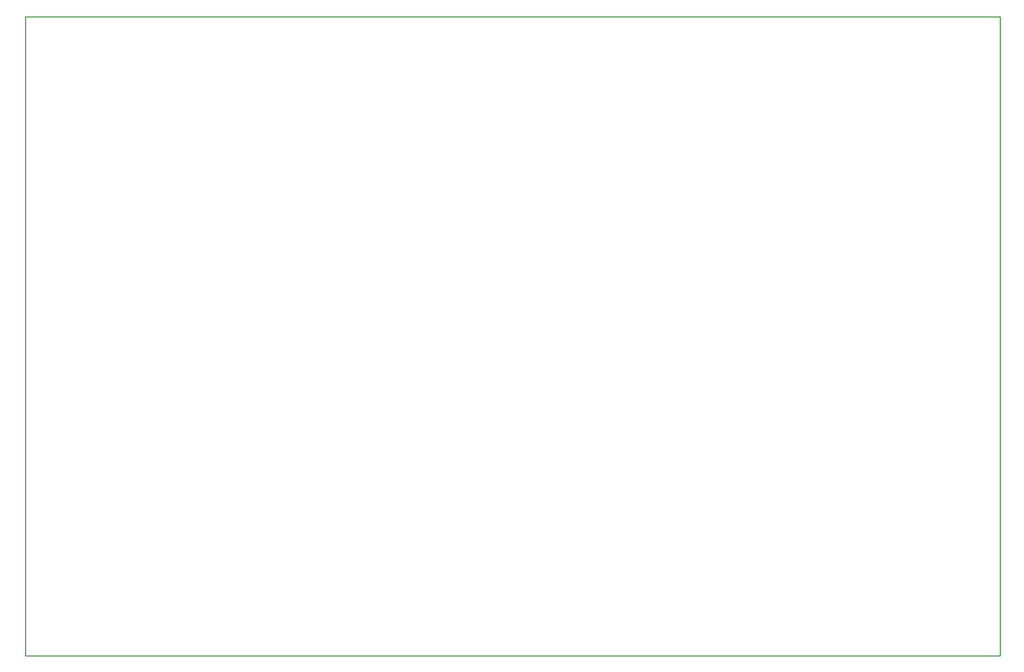
<source format=gbr>
%TF.GenerationSoftware,KiCad,Pcbnew,(6.0.7)*%
%TF.CreationDate,2022-12-18T15:12:13+02:00*%
%TF.ProjectId,hamming code,68616d6d-696e-4672-9063-6f64652e6b69,rev?*%
%TF.SameCoordinates,Original*%
%TF.FileFunction,Profile,NP*%
%FSLAX46Y46*%
G04 Gerber Fmt 4.6, Leading zero omitted, Abs format (unit mm)*
G04 Created by KiCad (PCBNEW (6.0.7)) date 2022-12-18 15:12:13*
%MOMM*%
%LPD*%
G01*
G04 APERTURE LIST*
%TA.AperFunction,Profile*%
%ADD10C,0.100000*%
%TD*%
G04 APERTURE END LIST*
D10*
X110490000Y-78232000D02*
X110490000Y-78994000D01*
X108966000Y-78232000D02*
X110490000Y-78232000D01*
X110500000Y-133000000D02*
X110490000Y-132080000D01*
X110490000Y-127000000D02*
X110490000Y-132080000D01*
X25400000Y-133000000D02*
X25400000Y-134000000D01*
X27940000Y-134000000D02*
X25400000Y-134000000D01*
X110500000Y-133000000D02*
X110500000Y-134000000D01*
X110490000Y-127000000D02*
X110490000Y-83820000D01*
X27940000Y-134000000D02*
X109220000Y-134000000D01*
X25400000Y-132080000D02*
X25400000Y-80010000D01*
X108966000Y-78232000D02*
X27686000Y-78232000D01*
X27686000Y-78232000D02*
X25400000Y-78232000D01*
X25400000Y-78232000D02*
X25400000Y-79000000D01*
X110490000Y-83820000D02*
X110490000Y-80010000D01*
X110500000Y-134000000D02*
X109220000Y-134000000D01*
X25400000Y-80010000D02*
X25400000Y-79000000D01*
X110490000Y-80010000D02*
X110490000Y-78994000D01*
X25400000Y-132080000D02*
X25400000Y-133000000D01*
M02*

</source>
